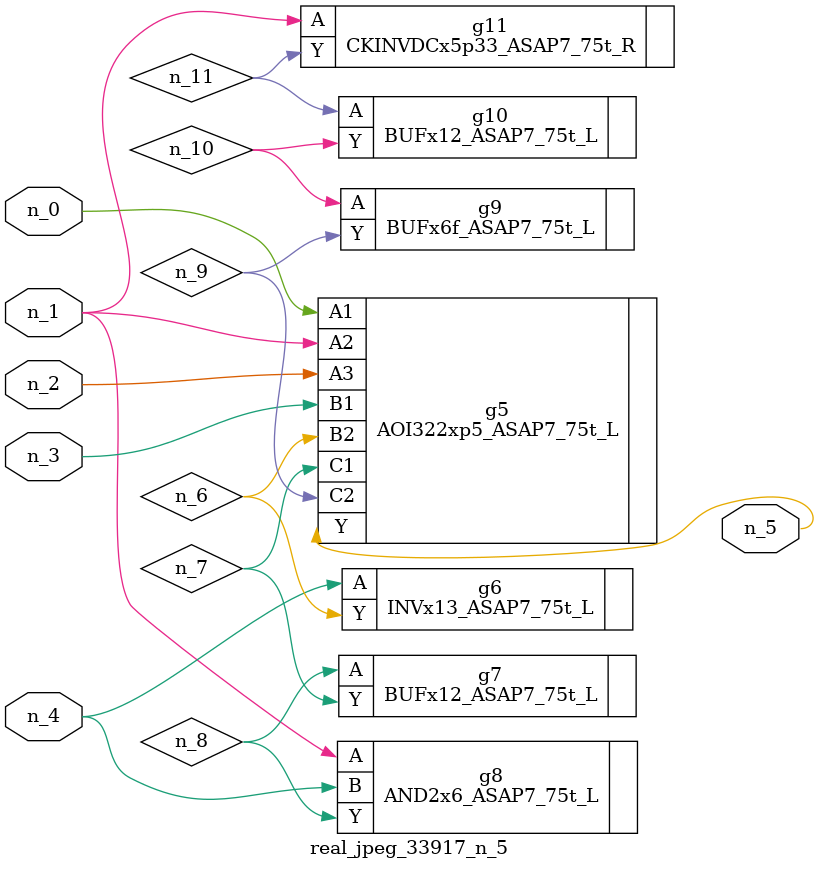
<source format=v>
module real_jpeg_33917_n_5 (n_4, n_0, n_1, n_2, n_3, n_5);

input n_4;
input n_0;
input n_1;
input n_2;
input n_3;

output n_5;

wire n_8;
wire n_11;
wire n_6;
wire n_7;
wire n_10;
wire n_9;

AOI322xp5_ASAP7_75t_L g5 ( 
.A1(n_0),
.A2(n_1),
.A3(n_2),
.B1(n_3),
.B2(n_6),
.C1(n_7),
.C2(n_9),
.Y(n_5)
);

AND2x6_ASAP7_75t_L g8 ( 
.A(n_1),
.B(n_4),
.Y(n_8)
);

CKINVDCx5p33_ASAP7_75t_R g11 ( 
.A(n_1),
.Y(n_11)
);

INVx13_ASAP7_75t_L g6 ( 
.A(n_4),
.Y(n_6)
);

BUFx12_ASAP7_75t_L g7 ( 
.A(n_8),
.Y(n_7)
);

BUFx6f_ASAP7_75t_L g9 ( 
.A(n_10),
.Y(n_9)
);

BUFx12_ASAP7_75t_L g10 ( 
.A(n_11),
.Y(n_10)
);


endmodule
</source>
